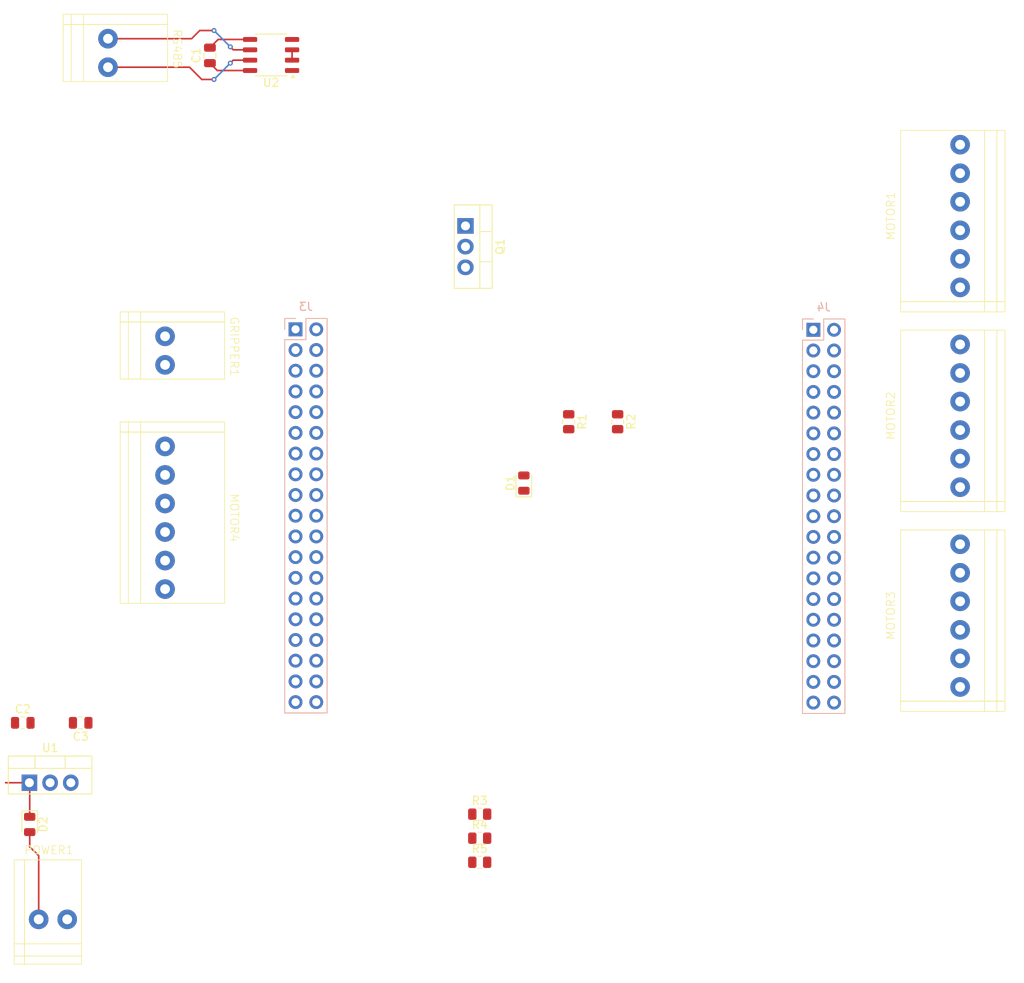
<source format=kicad_pcb>
(kicad_pcb (version 20240108) (generator "pcbnew") (generator_version "8.0")
  (layers (0 "F.Cu" signal) (31 "B.Cu" signal) (34 "B.Paste" user) (35 "F.Paste" user) (36 "B.SilkS" user "B.Silkscreen") (37 "F.SilkS" user "F.Silkscreen") (38 "B.Mask" user) (39 "F.Mask" user) (44 "Edge.Cuts" user))
  (net 0 "")
  (net 1 "+5V")
  (net 2 "GND")
  (net 3 "+24V")
  (net 5 "E5V")
  (net 6 "+3.3V")
  (net 7 "GPIO")
  (net 8 "/NUCLEO64-F401RE/RCC (PC14)")
  (net 10 "/NUCLEO64-F401RE/NRST")
  (net 12 "VDD")
  (net 14 "/NUCLEO64-F401RE/TMS (PA13)")
  (net 15 "/NUCLEO64-F401RE/BOOT0")
  (net 17 "/NUCLEO64-F401RE/RCC (PC15)")
  (net 18 "/NUCLEO64-F401RE/B1 (PC13)")
  (net 19 "/NUCLEO64-F401RE/TCK (PA14)")
  (net 22 "DIR_4")
  (net 23 "DIR_2")
  (net 24 "DIR_3")
  (net 25 "USART_RX")
  (net 26 "STEP_4")
  (net 27 "/NUCLEO64-F401RE/LD2")
  (net 28 "/NUCLEO64-F401RE/PC4")
  (net 29 "USART_TX")
  (net 30 "/NUCLEO64-F401RE/SWO (PB3)")
  (net 31 "STEP_1")
  (net 32 "LS_2")
  (net 34 "STEP_2")
  (net 35 "/NUCLEO64-F401RE/(PB11)")
  (net 36 "DIR_1")
  (net 37 "STEP_3")
  (net 38 "AGND")
  (net 39 "LS_1")
  (net 40 "AVDD")
  (net 41 "LS_3")
  (net 42 "U5V")
  (net 44 "/robot_control/GRIPPER -")
  (net 45 "EN")
  (net 46 "LS_4")
  (net 47 "GRIPPER")
  (net 48 "USART_DE")
  (net 49 "/comunication/RS485 B")
  (net 50 "/comunication/RS485 A")
  (net 51 "Net-(Q1-G)")
  (net 52 "/NUCLEO64-F401RE/+24 VIN")
  (net 53 "SW_F1")
  (net 54 "SW_F2")
  (net 55 "SW_F3")
  (footprint "Package_TO_SOT_THT:TO-220-3_Vertical" (layer "F.Cu") (at 95.86 135.745)
    (property "Reference" "U1" (at 2.54 -4.27 0) (layer "F.SilkS"))
    (property "Value" "L7805")
    (fp_line (start -2.58 -3.27) (end -2.58 1.371) (stroke (width 0.12)) (layer "F.SilkS"))
    (fp_line (start -2.58 -3.27) (end 7.66 -3.27) (stroke (width 0.12)) (layer "F.SilkS"))
    (fp_line (start -2.58 -1.76) (end 7.66 -1.76) (stroke (width 0.12)) (layer "F.SilkS"))
    (fp_line (start -2.58 1.371) (end 7.66 1.371) (stroke (width 0.12)) (layer "F.SilkS"))
    (fp_line (start 0.69 -3.27) (end 0.69 -1.76) (stroke (width 0.12)) (layer "F.SilkS"))
    (fp_line (start 4.391 -3.27) (end 4.391 -1.76) (stroke (width 0.12)) (layer "F.SilkS"))
    (fp_line (start 7.66 -3.27) (end 7.66 1.371) (stroke (width 0.12)) (layer "F.SilkS"))
    (pad "1" thru_hole rect (at 0 0) (size 1.905 2) (drill 1.1) (layers "*.Cu" "*.Mask") (net 3 "+24V"))
    (pad "2" thru_hole oval (at 2.54 0) (size 1.905 2) (drill 1.1) (layers "*.Cu" "*.Mask") (net 2 "GND"))
    (pad "3" thru_hole oval (at 5.08 0) (size 1.905 2) (drill 1.1) (layers "*.Cu" "*.Mask") (net 1 "+5V"))
  )
  (footprint "Capacitor_SMD:C_0805_2012Metric" (layer "F.Cu") (at 95.05 128.4)
    (property "Reference" "C2" (at 0 -1.68 360) (layer "F.SilkS"))
    (property "Value" "0.33uF")
    (fp_line (start -0.261252 -0.735) (end 0.261252 -0.735) (stroke (width 0.12)) (layer "F.SilkS"))
    (fp_line (start -0.261252 0.735) (end 0.261252 0.735) (stroke (width 0.12)) (layer "F.SilkS"))
    (pad "1" smd roundrect (at -0.95 0) (size 1 1.45) (layers "F.Cu" "F.Paste" "F.Mask") (net 3 "+24V"))
    (pad "2" smd roundrect (at 0.95 0) (size 1 1.45) (layers "F.Cu" "F.Paste" "F.Mask") (net 2 "GND"))
  )
  (footprint "Package_SO:SO-8_3.9x4.9mm_P1.27mm" (layer "F.Cu") (at 125.5 46.5 180)
    (property "Reference" "U2" (at 0 -3.4 0) (layer "F.SilkS"))
    (property "Value" "MAX485E")
    (fp_line (start 0 2.56) (end 1.95 2.56) (stroke (width 0.12)) (layer "F.SilkS"))
    (fp_line (start 0 2.56) (end -1.95 2.56) (stroke (width 0.12)) (layer "F.SilkS"))
    (fp_line (start 0 -2.56) (end 1.95 -2.56) (stroke (width 0.12)) (layer "F.SilkS"))
    (fp_line (start 0 -2.56) (end -1.95 -2.56) (stroke (width 0.12)) (layer "F.SilkS"))
    (fp_poly (pts (xy -2.7 -2.465) (xy -2.94 -2.795) (xy -2.46 -2.795) (xy -2.7 -2.465)) (stroke (width 0.12)) (fill solid) (layer "F.SilkS"))
    (pad "1" smd roundrect (at -2.575 -1.905 180) (size 1.75 0.6) (layers "F.Cu" "F.Paste" "F.Mask") (net 25 "USART_RX"))
    (pad "2" smd roundrect (at -2.575 -0.635 180) (size 1.75 0.6) (layers "F.Cu" "F.Paste" "F.Mask") (net 48 "USART_DE"))
    (pad "3" smd roundrect (at -2.575 0.635 180) (size 1.75 0.6) (layers "F.Cu" "F.Paste" "F.Mask") (net 48 "USART_DE"))
    (pad "4" smd roundrect (at -2.575 1.905 180) (size 1.75 0.6) (layers "F.Cu" "F.Paste" "F.Mask") (net 29 "USART_TX"))
    (pad "5" smd roundrect (at 2.575 1.905 180) (size 1.75 0.6) (layers "F.Cu" "F.Paste" "F.Mask") (net 2 "GND"))
    (pad "6" smd roundrect (at 2.575 0.635 180) (size 1.75 0.6) (layers "F.Cu" "F.Paste" "F.Mask") (net 50 "/comunication/RS485 A"))
    (pad "7" smd roundrect (at 2.575 -0.635 180) (size 1.75 0.6) (layers "F.Cu" "F.Paste" "F.Mask") (net 49 "/comunication/RS485 B"))
    (pad "8" smd roundrect (at 2.575 -1.905 180) (size 1.75 0.6) (layers "F.Cu" "F.Paste" "F.Mask") (net 1 "+5V"))
  )
  (footprint "01_myLibrary:TerminalBlock 45 degrees, pitch 3.5mm, 2 pins, WAGO 250-102 000-012" (layer "F.Cu") (at 97 152.5)
    (property "Reference" "POWER1" (at 1.25 -8.5 0) (layer "F.SilkS") (effects (font (thickness 0.1))))
    (property "Value" "Conn_01x02_Pin")
    (fp_line (start -3 3) (end 5.25 3) (stroke (width 0.1)) (layer "F.SilkS"))
    (fp_line (start -3 4.5) (end 5.25 4.5) (stroke (width 0.1)) (layer "F.SilkS"))
    (fp_rect (start -3 -7.3) (end -1.75 5.5) (stroke (width 0.1)) (fill none) (layer "F.SilkS"))
    (fp_rect (start -1.75 -7.3) (end 5.25 5.5) (stroke (width 0.1)) (fill none) (layer "F.SilkS"))
    (pad "1" thru_hole circle (at 0 0) (size 2.4 2.4) (drill 1.2) (layers "*.Cu" "*.Mask") (net 52 "/NUCLEO64-F401RE/+24 VIN"))
    (pad "2" thru_hole circle (at 3.5 0) (size 2.4 2.4) (drill 1.2) (layers "*.Cu" "*.Mask") (net 2 "GND"))
  )
  (footprint "Resistor_SMD:R_0805_2012Metric" (layer "F.Cu") (at 151.0875 145.5)
    (property "Reference" "R5" (at 0 -1.65 0) (layer "F.SilkS"))
    (property "Value" "10K")
    (fp_line (start -0.227064 -0.735) (end 0.227064 -0.735) (stroke (width 0.12)) (layer "F.SilkS"))
    (fp_line (start -0.227064 0.735) (end 0.227064 0.735) (stroke (width 0.12)) (layer "F.SilkS"))
    (pad "1" smd roundrect (at -0.9125 0) (size 1.025 1.4) (layers "F.Cu" "F.Paste" "F.Mask") (roundrect_rratio 0.243902) (net 1 "+5V"))
    (pad "2" smd roundrect (at 0.9125 0) (size 1.025 1.4) (layers "F.Cu" "F.Paste" "F.Mask") (roundrect_rratio 0.243902) (net 55 "SW_F3"))
  )
  (footprint "01_myLibrary:TerminalBlock 45 degrees, pitch 3.5mm, 2 pins, WAGO 250-102 000-012" (layer "F.Cu") (at 105.5 44.5 -90)
    (property "Reference" "RS485" (at 1.25 -8.5 -90) (layer "F.SilkS") (effects (font (thickness 0.1))))
    (property "Value" "Conn_01x02_Pin")
    (fp_line (start -3 4.5) (end 5.25 4.5) (stroke (width 0.1)) (layer "F.SilkS"))
    (fp_line (start -3 3) (end 5.25 3) (stroke (width 0.1)) (layer "F.SilkS"))
    (fp_rect (start -3 -7.3) (end -1.75 5.5) (stroke (width 0.1)) (fill none) (layer "F.SilkS"))
    (fp_rect (start -1.75 -7.3) (end 5.25 5.5) (stroke (width 0.1)) (fill none) (layer "F.SilkS"))
    (pad "1" thru_hole circle (at 0 0 270) (size 2.4 2.4) (drill 1.2) (layers "*.Cu" "*.Mask") (net 50 "/comunication/RS485 A"))
    (pad "2" thru_hole circle (at 3.5 0 270) (size 2.4 2.4) (drill 1.2) (layers "*.Cu" "*.Mask") (net 49 "/comunication/RS485 B"))
  )
  (footprint "01_myLibrary:TerminalBlock 45 degrees, pitch 3.5mm, 6 pins, WAGO 250-102 000-012" (layer "F.Cu") (at 112.5 94.5 -90)
    (property "Reference" "MOTOR4" (at 8.75 -8.5 -90) (layer "F.SilkS") (effects (font (thickness 0.1))))
    (property "Value" "Conn_01x06_Pin")
    (fp_line (start -3 4.5) (end 19.25 4.5) (stroke (width 0.1)) (layer "F.SilkS"))
    (fp_line (start -3 3) (end 19.25 3) (stroke (width 0.1)) (layer "F.SilkS"))
    (fp_rect (start -3 -7.3) (end -1.75 5.5) (stroke (width 0.1)) (fill none) (layer "F.SilkS"))
    (fp_rect (start -1.75 -7.3) (end 19.25 5.5) (stroke (width 0.1)) (fill none) (layer "F.SilkS"))
    (pad "1" thru_hole circle (at 0 0 270) (size 2.4 2.4) (drill 1.2) (layers "*.Cu" "*.Mask") (net 12 "VDD"))
    (pad "2" thru_hole circle (at 3.5 0 270) (size 2.4 2.4) (drill 1.2) (layers "*.Cu" "*.Mask") (net 46 "LS_4"))
    (pad "3" thru_hole circle (at 7 0 270) (size 2.4 2.4) (drill 1.2) (layers "*.Cu" "*.Mask") (net 26 "STEP_4"))
    (pad "4" thru_hole circle (at 10.5 0 270) (size 2.4 2.4) (drill 1.2) (layers "*.Cu" "*.Mask") (net 22 "DIR_4"))
    (pad "5" thru_hole circle (at 14 0 270) (size 2.4 2.4) (drill 1.2) (layers "*.Cu" "*.Mask") (net 45 "EN"))
    (pad "6" thru_hole circle (at 17.5 0 270) (size 2.4 2.4) (drill 1.2) (layers "*.Cu" "*.Mask") (net 2 "GND"))
  )
  (footprint "Resistor_SMD:R_0805_2012Metric" (layer "F.Cu") (at 168 91.475 -90)
    (property "Reference" "R2" (at 0 -1.65 90) (layer "F.SilkS"))
    (property "Value" "10k")
    (fp_line (start -0.227064 0.735) (end 0.227064 0.735) (stroke (width 0.12)) (layer "F.SilkS"))
    (fp_line (start -0.227064 -0.735) (end 0.227064 -0.735) (stroke (width 0.12)) (layer "F.SilkS"))
    (pad "1" smd roundrect (at -0.9125 0 270) (size 1.025 1.4) (layers "F.Cu" "F.Paste" "F.Mask") (roundrect_rratio 0.243902) (net 47 "GRIPPER"))
    (pad "2" smd roundrect (at 0.9125 0 270) (size 1.025 1.4) (layers "F.Cu" "F.Paste" "F.Mask") (roundrect_rratio 0.243902) (net 2 "GND"))
  )
  (footprint "Resistor_SMD:R_0805_2012Metric" (layer "F.Cu") (at 151.0875 142.55)
    (property "Reference" "R4" (at 0 -1.65 0) (layer "F.SilkS"))
    (property "Value" "10K")
    (fp_line (start -0.227064 -0.735) (end 0.227064 -0.735) (stroke (width 0.12)) (layer "F.SilkS"))
    (fp_line (start -0.227064 0.735) (end 0.227064 0.735) (stroke (width 0.12)) (layer "F.SilkS"))
    (pad "1" smd roundrect (at -0.9125 0) (size 1.025 1.4) (layers "F.Cu" "F.Paste" "F.Mask") (roundrect_rratio 0.243902) (net 1 "+5V"))
    (pad "2" smd roundrect (at 0.9125 0) (size 1.025 1.4) (layers "F.Cu" "F.Paste" "F.Mask") (roundrect_rratio 0.243902) (net 54 "SW_F2"))
  )
  (footprint "01_myLibrary:TerminalBlock 45 degrees, pitch 3.5mm, 6 pins, WAGO 250-102 000-012" (layer "F.Cu") (at 210 124 90)
    (property "Reference" "MOTOR3" (at 8.75 -8.5 90) (layer "F.SilkS") (effects (font (thickness 0.1))))
    (property "Value" "Conn_01x06_Pin")
    (fp_line (start -3 3) (end 19.25 3) (stroke (width 0.1)) (layer "F.SilkS"))
    (fp_line (start -3 4.5) (end 19.25 4.5) (stroke (width 0.1)) (layer "F.SilkS"))
    (fp_rect (start -1.75 -7.3) (end 19.25 5.5) (stroke (width 0.1)) (fill none) (layer "F.SilkS"))
    (fp_rect (start -3 -7.3) (end -1.75 5.5) (stroke (width 0.1)) (fill none) (layer "F.SilkS"))
    (pad "1" thru_hole circle (at 0 0 90) (size 2.4 2.4) (drill 1.2) (layers "*.Cu" "*.Mask") (net 12 "VDD"))
    (pad "2" thru_hole circle (at 3.5 0 90) (size 2.4 2.4) (drill 1.2) (layers "*.Cu" "*.Mask") (net 41 "LS_3"))
    (pad "3" thru_hole circle (at 7 0 90) (size 2.4 2.4) (drill 1.2) (layers "*.Cu" "*.Mask") (net 37 "STEP_3"))
    (pad "4" thru_hole circle (at 10.5 0 90) (size 2.4 2.4) (drill 1.2) (layers "*.Cu" "*.Mask") (net 24 "DIR_3"))
    (pad "5" thru_hole circle (at 14 0 90) (size 2.4 2.4) (drill 1.2) (layers "*.Cu" "*.Mask") (net 45 "EN"))
    (pad "6" thru_hole circle (at 17.5 0 90) (size 2.4 2.4) (drill 1.2) (layers "*.Cu" "*.Mask") (net 2 "GND"))
  )
  (footprint "Package_TO_SOT_THT:TO-220-3_Vertical" (layer "F.Cu") (at 149.34 67.46 -90)
    (property "Reference" "Q1" (at 2.54 -4.27 -90) (layer "F.SilkS"))
    (property "Value" "IRF6710S2")
    (fp_line (start -2.58 1.371) (end 7.66 1.371) (stroke (width 0.12)) (layer "F.SilkS"))
    (fp_line (start -2.58 -1.76) (end 7.66 -1.76) (stroke (width 0.12)) (layer "F.SilkS"))
    (fp_line (start -2.58 -3.27) (end -2.58 1.371) (stroke (width 0.12)) (layer "F.SilkS"))
    (fp_line (start -2.58 -3.27) (end 7.66 -3.27) (stroke (width 0.12)) (layer "F.SilkS"))
    (fp_line (start 0.69 -3.27) (end 0.69 -1.76) (stroke (width 0.12)) (layer "F.SilkS"))
    (fp_line (start 4.391 -3.27) (end 4.391 -1.76) (stroke (width 0.12)) (layer "F.SilkS"))
    (fp_line (start 7.66 -3.27) (end 7.66 1.371) (stroke (width 0.12)) (layer "F.SilkS"))
    (pad "1" thru_hole rect (at 0 0 270) (size 1.905 2) (drill 1.1) (layers "*.Cu" "*.Mask") (net 44 "/robot_control/GRIPPER -"))
    (pad "2" thru_hole oval (at 2.54 0 270) (size 1.905 2) (drill 1.1) (layers "*.Cu" "*.Mask") (net 51 "Net-(Q1-G)"))
    (pad "3" thru_hole oval (at 5.08 0 270) (size 1.905 2) (drill 1.1) (layers "*.Cu" "*.Mask") (net 2 "GND"))
  )
  (footprint "01_myLibrary:TerminalBlock 45 degrees, pitch 3.5mm, 6 pins, WAGO 250-102 000-012" (layer "F.Cu") (at 210 99.5 90)
    (property "Reference" "MOTOR2" (at 8.75 -8.5 90) (layer "F.SilkS") (effects (font (thickness 0.1))))
    (property "Value" "Conn_01x06_Pin")
    (fp_line (start -3 3) (end 19.25 3) (stroke (width 0.1)) (layer "F.SilkS"))
    (fp_line (start -3 4.5) (end 19.25 4.5) (stroke (width 0.1)) (layer "F.SilkS"))
    (fp_rect (start -1.75 -7.3) (end 19.25 5.5) (stroke (width 0.1)) (fill none) (layer "F.SilkS"))
    (fp_rect (start -3 -7.3) (end -1.75 5.5) (stroke (width 0.1)) (fill none) (layer "F.SilkS"))
    (pad "1" thru_hole circle (at 0 0 90) (size 2.4 2.4) (drill 1.2) (layers "*.Cu" "*.Mask") (net 12 "VDD"))
    (pad "2" thru_hole circle (at 3.5 0 90) (size 2.4 2.4) (drill 1.2) (layers "*.Cu" "*.Mask") (net 32 "LS_2"))
    (pad "3" thru_hole circle (at 7 0 90) (size 2.4 2.4) (drill 1.2) (layers "*.Cu" "*.Mask") (net 34 "STEP_2"))
    (pad "4" thru_hole circle (at 10.5 0 90) (size 2.4 2.4) (drill 1.2) (layers "*.Cu" "*.Mask") (net 23 "DIR_2"))
    (pad "5" thru_hole circle (at 14 0 90) (size 2.4 2.4) (drill 1.2) (layers "*.Cu" "*.Mask") (net 45 "EN"))
    (pad "6" thru_hole circle (at 17.5 0 90) (size 2.4 2.4) (drill 1.2) (layers "*.Cu" "*.Mask") (net 2 "GND"))
  )
  (footprint "Resistor_SMD:R_0805_2012Metric" (layer "F.Cu") (at 162 91.475 -90)
    (property "Reference" "R1" (at 0 -1.65 90) (layer "F.SilkS"))
    (property "Value" "100")
    (fp_line (start -0.227064 0.735) (end 0.227064 0.735) (stroke (width 0.12)) (layer "F.SilkS"))
    (fp_line (start -0.227064 -0.735) (end 0.227064 -0.735) (stroke (width 0.12)) (layer "F.SilkS"))
    (pad "1" smd roundrect (at -0.9125 0 270) (size 1.025 1.4) (layers "F.Cu" "F.Paste" "F.Mask") (roundrect_rratio 0.243902) (net 47 "GRIPPER"))
    (pad "2" smd roundrect (at 0.9125 0 270) (size 1.025 1.4) (layers "F.Cu" "F.Paste" "F.Mask") (roundrect_rratio 0.243902) (net 51 "Net-(Q1-G)"))
  )
  (footprint "01_myLibrary:TerminalBlock 45 degrees, pitch 3.5mm, 6 pins, WAGO 250-102 000-012" (layer "F.Cu") (at 210 75 90)
    (property "Reference" "MOTOR1" (at 8.75 -8.5 90) (layer "F.SilkS") (effects (font (thickness 0.1))))
    (property "Value" "Conn_01x06_Pin")
    (fp_line (start -3 3) (end 19.25 3) (stroke (width 0.1)) (layer "F.SilkS"))
    (fp_line (start -3 4.5) (end 19.25 4.5) (stroke (width 0.1)) (layer "F.SilkS"))
    (fp_rect (start -1.75 -7.3) (end 19.25 5.5) (stroke (width 0.1)) (fill none) (layer "F.SilkS"))
    (fp_rect (start -3 -7.3) (end -1.75 5.5) (stroke (width 0.1)) (fill none) (layer "F.SilkS"))
    (pad "1" thru_hole circle (at 0 0 90) (size 2.4 2.4) (drill 1.2) (layers "*.Cu" "*.Mask") (net 12 "VDD"))
    (pad "2" thru_hole circle (at 3.5 0 90) (size 2.4 2.4) (drill 1.2) (layers "*.Cu" "*.Mask") (net 39 "LS_1"))
    (pad "3" thru_hole circle (at 7 0 90) (size 2.4 2.4) (drill 1.2) (layers "*.Cu" "*.Mask") (net 31 "STEP_1"))
    (pad "4" thru_hole circle (at 10.5 0 90) (size 2.4 2.4) (drill 1.2) (layers "*.Cu" "*.Mask") (net 36 "DIR_1"))
    (pad "5" thru_hole circle (at 14 0 90) (size 2.4 2.4) (drill 1.2) (layers "*.Cu" "*.Mask") (net 45 "EN"))
    (pad "6" thru_hole circle (at 17.5 0 90) (size 2.4 2.4) (drill 1.2) (layers "*.Cu" "*.Mask") (net 2 "GND"))
  )
  (footprint "Resistor_SMD:R_0805_2012Metric" (layer "F.Cu") (at 151.0875 139.6)
    (property "Reference" "R3" (at 0 -1.65 0) (layer "F.SilkS"))
    (property "Value" "10K")
    (fp_line (start -0.227064 -0.735) (end 0.227064 -0.735) (stroke (width 0.12)) (layer "F.SilkS"))
    (fp_line (start -0.227064 0.735) (end 0.227064 0.735) (stroke (width 0.12)) (layer "F.SilkS"))
    (pad "1" smd roundrect (at -0.9125 0) (size 1.025 1.4) (layers "F.Cu" "F.Paste" "F.Mask") (roundrect_rratio 0.243902) (net 1 "+5V"))
    (pad "2" smd roundrect (at 0.9125 0) (size 1.025 1.4) (layers "F.Cu" "F.Paste" "F.Mask") (roundrect_rratio 0.243902) (net 53 "SW_F1"))
  )
  (footprint "Capacitor_SMD:C_0805_2012Metric" (layer "F.Cu") (at 118 46.55 90)
    (property "Reference" "C1" (at 0 -1.68 90) (layer "F.SilkS"))
    (property "Value" "0.1uF")
    (fp_line (start -0.261252 -0.735) (end 0.261252 -0.735) (stroke (width 0.12)) (layer "F.SilkS"))
    (fp_line (start -0.261252 0.735) (end 0.261252 0.735) (stroke (width 0.12)) (layer "F.SilkS"))
    (pad "1" smd roundrect (at -0.95 0 90) (size 1 1.45) (layers "F.Cu" "F.Paste" "F.Mask") (net 1 "+5V"))
    (pad "2" smd roundrect (at 0.95 0 90) (size 1 1.45) (layers "F.Cu" "F.Paste" "F.Mask") (net 2 "GND"))
  )
  (footprint "Diode_SMD:D_0805_2012Metric" (layer "F.Cu") (at 95.9 140.8625 -90)
    (property "Reference" "D2" (at 0 -1.65 90) (layer "F.SilkS"))
    (property "Value" "D")
    (fp_line (start -1.685 0.96) (end 1 0.96) (stroke (width 0.12)) (layer "F.SilkS"))
    (fp_line (start -1.685 -0.96) (end -1.685 0.96) (stroke (width 0.12)) (layer "F.SilkS"))
    (fp_line (start 1 -0.96) (end -1.685 -0.96) (stroke (width 0.12)) (layer "F.SilkS"))
    (pad "1" smd roundrect (at -0.9375 0 270) (size 0.975 1.4) (layers "F.Cu" "F.Paste" "F.Mask") (net 3 "+24V"))
    (pad "2" smd roundrect (at 0.9375 0 270) (size 0.975 1.4) (layers "F.Cu" "F.Paste" "F.Mask") (net 52 "/NUCLEO64-F401RE/+24 VIN"))
  )
  (footprint "01_myLibrary:TerminalBlock 45 degrees, pitch 3.5mm, 2 pins, WAGO 250-102 000-012" (layer "F.Cu") (at 112.5 81 -90)
    (property "Reference" "GRIPPER1" (at 1.25 -8.5 -90) (layer "F.SilkS") (effects (font (thickness 0.1))))
    (property "Value" "Conn_01x02_Pin")
    (fp_line (start -3 4.5) (end 5.25 4.5) (stroke (width 0.1)) (layer "F.SilkS"))
    (fp_line (start -3 3) (end 5.25 3) (stroke (width 0.1)) (layer "F.SilkS"))
    (fp_rect (start -3 -7.3) (end -1.75 5.5) (stroke (width 0.1)) (fill none) (layer "F.SilkS"))
    (fp_rect (start -1.75 -7.3) (end 5.25 5.5) (stroke (width 0.1)) (fill none) (layer "F.SilkS"))
    (pad "1" thru_hole circle (at 0 0 270) (size 2.4 2.4) (drill 1.2) (layers "*.Cu" "*.Mask") (net 44 "/robot_control/GRIPPER -"))
    (pad "2" thru_hole circle (at 3.5 0 270) (size 2.4 2.4) (drill 1.2) (layers "*.Cu" "*.Mask") (net 3 "+24V"))
  )
  (footprint "Capacitor_SMD:C_0805_2012Metric" (layer "F.Cu") (at 102.15 128.4 180)
    (property "Reference" "C3" (at 0 -1.68 360) (layer "F.SilkS"))
    (property "Value" "0.1uF")
    (fp_line (start -0.261252 0.735) (end 0.261252 0.735) (stroke (width 0.12)) (layer "F.SilkS"))
    (fp_line (start -0.261252 -0.735) (end 0.261252 -0.735) (stroke (width 0.12)) (layer "F.SilkS"))
    (pad "1" smd roundrect (at -0.95 0 180) (size 1 1.45) (layers "F.Cu" "F.Paste" "F.Mask") (net 1 "+5V"))
    (pad "2" smd roundrect (at 0.95 0 180) (size 1 1.45) (layers "F.Cu" "F.Paste" "F.Mask") (net 2 "GND"))
  )
  (footprint "Diode_SMD:D_0805_2012Metric" (layer "F.Cu") (at 156.5 99 90)
    (property "Reference" "D1" (at 0 -1.65 90) (layer "F.SilkS"))
    (property "Value" "D")
    (fp_line (start 1 -0.96) (end -1.685 -0.96) (stroke (width 0.12)) (layer "F.SilkS"))
    (fp_line (start -1.685 -0.96) (end -1.685 0.96) (stroke (width 0.12)) (layer "F.SilkS"))
    (fp_line (start -1.685 0.96) (end 1 0.96) (stroke (width 0.12)) (layer "F.SilkS"))
    (pad "1" smd roundrect (at -0.9375 0 90) (size 0.975 1.4) (layers "F.Cu" "F.Paste" "F.Mask") (net 3 "+24V"))
    (pad "2" smd roundrect (at 0.9375 0 90) (size 0.975 1.4) (layers "F.Cu" "F.Paste" "F.Mask") (net 44 "/robot_control/GRIPPER -"))
  )
  (footprint "Connector_PinSocket_2.54mm:PinSocket_2x19_P2.54mm_Vertical" (layer "B.Cu") (at 192 80.2 180)
    (property "Reference" "J4" (at -1.27 2.77 0) (layer "B.SilkS") (effects (justify mirror)))
    (property "Value" "Conn_02x19_Odd_Even")
    (fp_line (start 1.33 1.33) (end 0 1.33) (stroke (width 0.12)) (layer "B.SilkS"))
    (fp_line (start 1.33 0) (end 1.33 1.33) (stroke (width 0.12)) (layer "B.SilkS"))
    (fp_line (start 1.33 -1.27) (end -1.27 -1.27) (stroke (width 0.12)) (layer "B.SilkS"))
    (fp_line (start 1.33 -47.05) (end 1.33 -1.27) (stroke (width 0.12)) (layer "B.SilkS"))
    (fp_line (start 1.33 -47.05) (end -3.87 -47.05) (stroke (width 0.12)) (layer "B.SilkS"))
    (fp_line (start -1.27 1.33) (end -3.87 1.33) (stroke (width 0.12)) (layer "B.SilkS"))
    (fp_line (start -1.27 -1.27) (end -1.27 1.33) (stroke (width 0.12)) (layer "B.SilkS"))
    (fp_line (start -3.87 -47.05) (end -3.87 1.33) (stroke (width 0.12)) (layer "B.SilkS"))
    (pad "1" thru_hole rect (at 0 0 180) (size 1.7 1.7) (drill 1) (layers "*.Cu" "*.Mask") (net 45 "EN"))
    (pad "2" thru_hole oval (at -2.54 0 180) (size 1.7 1.7) (drill 1) (layers "*.Cu" "*.Mask") (net 31 "STEP_1"))
    (pad "3" thru_hole oval (at 0 -2.54 180) (size 1.7 1.7) (drill 1) (layers "*.Cu" "*.Mask") (net 7 "GPIO"))
    (pad "4" thru_hole oval (at -2.54 -2.54 180) (size 1.7 1.7) (drill 1) (layers "*.Cu" "*.Mask") (net 36 "DIR_1"))
    (pad "5" thru_hole oval (at 0 -5.08 180) (size 1.7 1.7) (drill 1) (layers "*.Cu" "*.Mask") (net 7 "GPIO"))
    (pad "6" thru_hole oval (at -2.54 -5.08 180) (size 1.7 1.7) (drill 1) (layers "*.Cu" "*.Mask") (net 39 "LS_1"))
    (pad "7" thru_hole oval (at 0 -7.62 180) (size 1.7 1.7) (drill 1) (layers "*.Cu" "*.Mask") (net 40 "AVDD"))
    (pad "8" thru_hole oval (at -2.54 -7.62 180) (size 1.7 1.7) (drill 1) (layers "*.Cu" "*.Mask") (net 42 "U5V"))
    (pad "9" thru_hole oval (at 0 -10.16 180) (size 1.7 1.7) (drill 1) (layers "*.Cu" "*.Mask") (net 2 "GND"))
    (pad "10" thru_hole oval (at -2.54 -10.16 180) (size 1.7 1.7) (drill 1) (layers "*.Cu" "*.Mask"))
    (pad "11" thru_hole oval (at 0 -12.7 180) (size 1.7 1.7) (drill 1) (layers "*.Cu" "*.Mask") (net 27 "/NUCLEO64-F401RE/LD2"))
    (pad "12" thru_hole oval (at -2.54 -12.7 180) (size 1.7 1.7) (drill 1) (layers "*.Cu" "*.Mask") (net 7 "GPIO"))
    (pad "13" thru_hole oval (at 0 -15.24 180) (size 1.7 1.7) (drill 1) (layers "*.Cu" "*.Mask") (net 7 "GPIO"))
    (pad "14" thru_hole oval (at -2.54 -15.24 180) (size 1.7 1.7) (drill 1) (layers "*.Cu" "*.Mask") (net 7 "GPIO"))
    (pad "15" thru_hole oval (at 0 -17.78 180) (size 1.7 1.7) (drill 1) (layers "*.Cu" "*.Mask") (net 7 "GPIO"))
    (pad "16" thru_hole oval (at -2.54 -17.78 180) (size 1.7 1.7) (drill 1) (layers "*.Cu" "*.Mask") (net 7 "GPIO"))
    (pad "17" thru_hole oval (at 0 -20.32 180) (size 1.7 1.7) (drill 1) (layers "*.Cu" "*.Mask") (net 7 "GPIO"))
    (pad "18" thru_hole oval (at -2.54 -20.32 180) (size 1.7 1.7) (drill 1) (layers "*.Cu" "*.Mask") (net 35 "/NUCLEO64-F401RE/(PB11)"))
    (pad "19" thru_hole oval (at 0 -22.86 180) (size 1.7 1.7) (drill 1) (layers "*.Cu" "*.Mask") (net 7 "GPIO"))
    (pad "20" thru_hole oval (at -2.54 -22.86 180) (size 1.7 1.7) (drill 1) (layers "*.Cu" "*.Mask") (net 2 "GND"))
    (pad "21" thru_hole oval (at 0 -25.4 180) (size 1.7 1.7) (drill 1) (layers "*.Cu" "*.Mask") (net 7 "GPIO"))
    (pad "22" thru_hole oval (at -2.54 -25.4 180) (size 1.7 1.7) (drill 1) (layers "*.Cu" "*.Mask") (net 7 "GPIO"))
    (pad "23" thru_hole oval (at 0 -27.94 180) (size 1.7 1.7) (drill 1) (layers "*.Cu" "*.Mask") (net 7 "GPIO"))
    (pad "24" thru_hole oval (at -2.54 -27.94 180) (size 1.7 1.7) (drill 1) (layers "*.Cu" "*.Mask") (net 7 "GPIO"))
    (pad "25" thru_hole oval (at 0 -30.48 180) (size 1.7 1.7) (drill 1) (layers "*.Cu" "*.Mask") (net 7 "GPIO"))
    (pad "26" thru_hole oval (at -2.54 -30.48 180) (size 1.7 1.7) (drill 1) (layers "*.Cu" "*.Mask") (net 34 "STEP_2"))
    (pad "27" thru_hole oval (at 0 -33.02 180) (size 1.7 1.7) (drill 1) (layers "*.Cu" "*.Mask") (net 7 "GPIO"))
    (pad "28" thru_hole oval (at -2.54 -33.02 180) (size 1.7 1.7) (drill 1) (layers "*.Cu" "*.Mask") (net 23 "DIR_2"))
    (pad "29" thru_hole oval (at 0 -35.56 180) (size 1.7 1.7) (drill 1) (layers "*.Cu" "*.Mask") (net 7 "GPIO"))
    (pad "30" thru_hole oval (at -2.54 -35.56 180) (size 1.7 1.7) (drill 1) (layers "*.Cu" "*.Mask") (net 32 "LS_2"))
    (pad "31" thru_hole oval (at 0 -38.1 180) (size 1.7 1.7) (drill 1) (layers "*.Cu" "*.Mask") (net 30 "/NUCLEO64-F401RE/SWO (PB3)"))
    (pad "32" thru_hole oval (at -2.54 -38.1 180) (size 1.7 1.7) (drill 1) (layers "*.Cu" "*.Mask") (net 38 "AGND"))
    (pad "33" thru_hole oval (at 0 -40.64 180) (size 1.7 1.7) (drill 1) (layers "*.Cu" "*.Mask") (net 48 "USART_DE"))
    (pad "34" thru_hole oval (at -2.54 -40.64 180) (size 1.7 1.7) (drill 1) (layers "*.Cu" "*.Mask") (net 28 "/NUCLEO64-F401RE/PC4"))
    (pad "35" thru_hole oval (at 0 -43.18 180) (size 1.7 1.7) (drill 1) (layers "*.Cu" "*.Mask") (net 29 "USART_TX"))
    (pad "36" thru_hole oval (at -2.54 -43.18 180) (size 1.7 1.7) (drill 1) (layers "*.Cu" "*.Mask"))
    (pad "37" thru_hole oval (at 0 -45.72 180) (size 1.7 1.7) (drill 1) (layers "*.Cu" "*.Mask") (net 25 "USART_RX"))
    (pad "38" thru_hole oval (at -2.54 -45.72 180) (size 1.7 1.7) (drill 1) (layers "*.Cu" "*.Mask"))
  )
  (footprint "Connector_PinSocket_2.54mm:PinSocket_2x19_P2.54mm_Vertical" (layer "B.Cu") (at 128.5 80.14 180)
    (property "Reference" "J3" (at -1.27 2.77 0) (layer "B.SilkS") (effects (justify mirror)))
    (property "Value" "Conn_02x19_Odd_Even")
    (fp_line (start 1.33 1.33) (end 0 1.33) (stroke (width 0.12)) (layer "B.SilkS"))
    (fp_line (start 1.33 0) (end 1.33 1.33) (stroke (width 0.12)) (layer "B.SilkS"))
    (fp_line (start 1.33 -1.27) (end -1.27 -1.27) (stroke (width 0.12)) (layer "B.SilkS"))
    (fp_line (start 1.33 -47.05) (end 1.33 -1.27) (stroke (width 0.12)) (layer "B.SilkS"))
    (fp_line (start 1.33 -47.05) (end -3.87 -47.05) (stroke (width 0.12)) (layer "B.SilkS"))
    (fp_line (start -1.27 1.33) (end -3.87 1.33) (stroke (width 0.12)) (layer "B.SilkS"))
    (fp_line (start -1.27 -1.27) (end -1.27 1.33) (stroke (width 0.12)) (layer "B.SilkS"))
    (fp_line (start -3.87 -47.05) (end -3.87 1.33) (stroke (width 0.12)) (layer "B.SilkS"))
    (pad "1" thru_hole rect (at 0 0 180) (size 1.7 1.7) (drill 1) (layers "*.Cu" "*.Mask") (net 24 "DIR_3"))
    (pad "2" thru_hole oval (at -2.54 0 180) (size 1.7 1.7) (drill 1) (layers "*.Cu" "*.Mask") (net 37 "STEP_3"))
    (pad "3" thru_hole oval (at 0 -2.54 180) (size 1.7 1.7) (drill 1) (layers "*.Cu" "*.Mask") (net 7 "GPIO"))
    (pad "4" thru_hole oval (at -2.54 -2.54 180) (size 1.7 1.7) (drill 1) (layers "*.Cu" "*.Mask") (net 41 "LS_3"))
    (pad "5" thru_hole oval (at 0 -5.08 180) (size 1.7 1.7) (drill 1) (layers "*.Cu" "*.Mask") (net 12 "VDD"))
    (pad "6" thru_hole oval (at -2.54 -5.08 180) (size 1.7 1.7) (drill 1) (layers "*.Cu" "*.Mask") (net 5 "E5V"))
    (pad "7" thru_hole oval (at 0 -7.62 180) (size 1.7 1.7) (drill 1) (layers "*.Cu" "*.Mask") (net 15 "/NUCLEO64-F401RE/BOOT0"))
    (pad "8" thru_hole oval (at -2.54 -7.62 180) (size 1.7 1.7) (drill 1) (layers "*.Cu" "*.Mask") (net 2 "GND"))
    (pad "9" thru_hole oval (at 0 -10.16 180) (size 1.7 1.7) (drill 1) (layers "*.Cu" "*.Mask"))
    (pad "10" thru_hole oval (at -2.54 -10.16 180) (size 1.7 1.7) (drill 1) (layers "*.Cu" "*.Mask"))
    (pad "11" thru_hole oval (at 0 -12.7 180) (size 1.7 1.7) (drill 1) (layers "*.Cu" "*.Mask"))
    (pad "12" thru_hole oval (at -2.54 -12.7 180) (size 1.7 1.7) (drill 1) (layers "*.Cu" "*.Mask") (net 6 "+3.3V"))
    (pad "13" thru_hole oval (at 0 -15.24 180) (size 1.7 1.7) (drill 1) (layers "*.Cu" "*.Mask") (net 14 "/NUCLEO64-F401RE/TMS (PA13)"))
    (pad "14" thru_hole oval (at -2.54 -15.24 180) (size 1.7 1.7) (drill 1) (layers "*.Cu" "*.Mask") (net 10 "/NUCLEO64-F401RE/NRST"))
    (pad "15" thru_hole oval (at 0 -17.78 180) (size 1.7 1.7) (drill 1) (layers "*.Cu" "*.Mask") (net 19 "/NUCLEO64-F401RE/TCK (PA14)"))
    (pad "16" thru_hole oval (at -2.54 -17.78 180) (size 1.7 1.7) (drill 1) (layers "*.Cu" "*.Mask") (net 6 "+3.3V"))
    (pad "17" thru_hole oval (at 0 -20.32 180) (size 1.7 1.7) (drill 1) (layers "*.Cu" "*.Mask") (net 46 "LS_4"))
    (pad "18" thru_hole oval (at -2.54 -20.32 180) (size 1.7 1.7) (drill 1) (layers "*.Cu" "*.Mask") (net 1 "+5V"))
    (pad "19" thru_hole oval (at 0 -22.86 180) (size 1.7 1.7) (drill 1) (layers "*.Cu" "*.Mask") (net 2 "GND"))
    (pad "20" thru_hole oval (at -2.54 -22.86 180) (size 1.7 1.7) (drill 1) (layers "*.Cu" "*.Mask") (net 2 "GND"))
    (pad "21" thru_hole oval (at 0 -25.4 180) (size 1.7 1.7) (drill 1) (layers "*.Cu" "*.Mask") (net 26 "STEP_4"))
    (pad "22" thru_hole oval (at -2.54 -25.4 180) (size 1.7 1.7) (drill 1) (layers "*.Cu" "*.Mask") (net 2 "GND"))
    (pad "23" thru_hole oval (at 0 -27.94 180) (size 1.7 1.7) (drill 1) (layers "*.Cu" "*.Mask") (net 18 "/NUCLEO64-F401RE/B1 (PC13)"))
    (pad "24" thru_hole oval (at -2.54 -27.94 180) (size 1.7 1.7) (drill 1) (layers "*.Cu" "*.Mask") (net 1 "+5V"))
    (pad "25" thru_hole oval (at 0 -30.48 180) (size 1.7 1.7) (drill 1) (layers "*.Cu" "*.Mask") (net 8 "/NUCLEO64-F401RE/RCC (PC14)"))
    (pad "26" thru_hole oval (at -2.54 -30.48 180) (size 1.7 1.7) (drill 1) (layers "*.Cu" "*.Mask"))
    (pad "27" thru_hole oval (at 0 -33.02 180) (size 1.7 1.7) (drill 1) (layers "*.Cu" "*.Mask") (net 17 "/NUCLEO64-F401RE/RCC (PC15)"))
    (pad "28" thru_hole oval (at -2.54 -33.02 180) (size 1.7 1.7) (drill 1) (layers "*.Cu" "*.Mask") (net 7 "GPIO"))
    (pad "29" thru_hole oval (at 0 -35.56 180) (size 1.7 1.7) (drill 1) (layers "*.Cu" "*.Mask"))
    (pad "30" thru_hole oval (at -2.54 -35.56 180) (size 1.7 1.7) (drill 1) (layers "*.Cu" "*.Mask") (net 7 "GPIO"))
    (pad "31" thru_hole oval (at 0 -38.1 180) (size 1.7 1.7) (drill 1) (layers "*.Cu" "*.Mask"))
    (pad "32" thru_hole oval (at -2.54 -38.1 180) (size 1.7 1.7) (drill 1) (layers "*.Cu" "*.Mask") (net 7 "GPIO"))
    (pad "33" thru_hole oval (at 0 -40.64 180) (size 1.7 1.7) (drill 1) (layers "*.Cu" "*.Mask") (net 12 "VDD"))
    (pad "34" thru_hole oval (at -2.54 -40.64 180) (size 1.7 1.7) (drill 1) (layers "*.Cu" "*.Mask") (net 7 "GPIO"))
    (pad "35" thru_hole oval (at 0 -43.18 180) (size 1.7 1.7) (drill 1) (layers "*.Cu" "*.Mask") (net 22 "DIR_4"))
    (pad "36" thru_hole oval (at -2.54 -43.18 180) (size 1.7 1.7) (drill 1) (layers "*.Cu" "*.Mask") (net 7 "GPIO"))
    (pad "37" thru_hole oval (at 0 -45.72 180) (size 1.7 1.7) (drill 1) (layers "*.Cu" "*.Mask") (net 7 "GPIO"))
    (pad "38" thru_hole oval (at -2.54 -45.72 180) (size 1.7 1.7) (drill 1) (layers "*.Cu" "*.Mask") (net 47 "GRIPPER"))
  )
  (segment (start 100.9 135.705) (end 100.94 135.745) (width 0.2) (layer "F.Cu") (net 1))
  (segment (start 118 47.5) (end 118.905 48.405) (width 0.2) (layer "F.Cu") (net 1))
  (segment (start 118.905 48.405) (end 122.925 48.405) (width 0.2) (layer "F.Cu") (net 1))
  (segment (start 95.86 129.055) (end 95.8 128.995) (width 0.2) (layer "F.Cu") (net 2))
  (segment (start 118 45.6) (end 119.005 44.595) (width 0.2) (layer "F.Cu") (net 2))
  (segment (start 119.005 44.595) (end 122.925 44.595) (width 0.2) (layer "F.Cu") (net 2))
  (segment (start 95.86 135.745) (end 92.945 135.745) (width 0.2) (layer "F.Cu") (net 3))
  (segment (start 95.9 139.925) (end 95.9 135.785) (width 0.2) (layer "F.Cu") (net 3))
  (segment (start 95.9 135.785) (end 95.86 135.745) (width 0.2) (layer "F.Cu") (net 3))
  (segment (start 128.075 45.865) (end 128.075 47.135) (width 0.2) (layer "F.Cu") (net 48))
  (segment (start 117 49.5) (end 115.5 48) (width 0.2) (layer "F.Cu") (net 49))
  (segment (start 115.5 48) (end 105.5 48) (width 0.2) (layer "F.Cu") (net 49))
  (segment (start 120.865 47.135) (end 122.925 47.135) (width 0.2) (layer "F.Cu") (net 49))
  (segment (start 118.5 49.5) (end 117 49.5) (width 0.2) (layer "F.Cu") (net 49))
  (segment (start 120.5 47.5) (end 120.865 47.135) (width 0.2) (layer "F.Cu") (net 49))
  (via (at 118.5 49.5) (size 0.6) (drill 0.3) (layers "F.Cu" "B.Cu") (net 49))
  (via (at 120.5 47.5) (size 0.6) (drill 0.3) (layers "F.Cu" "B.Cu") (net 49))
  (segment (start 118.5 49.5) (end 120.5 47.5) (width 0.2) (layer "B.Cu") (net 49))
  (segment (start 115.75 44.5) (end 105.5 44.5) (width 0.2) (layer "F.Cu") (net 50))
  (segment (start 118.5 43.5) (end 116.75 43.5) (width 0.2) (layer "F.Cu") (net 50))
  (segment (start 116.75 43.5) (end 115.75 44.5) (width 0.2) (layer "F.Cu") (net 50))
  (segment (start 120.865 45.865) (end 122.925 45.865) (width 0.2) (layer "F.Cu") (net 50))
  (segment (start 120.5 45.5) (end 120.865 45.865) (width 0.2) (layer "F.Cu") (net 50))
  (via (at 118.5 43.5) (size 0.6) (drill 0.3) (layers "F.Cu" "B.Cu") (net 50))
  (via (at 120.5 45.5) (size 0.6) (drill 0.3) (layers "F.Cu" "B.Cu") (net 50))
  (segment (start 118.5 43.5) (end 120.5 45.5) (width 0.2) (layer "B.Cu") (net 50))
  (segment (start 97 144.7) (end 97 152.5) (width 0.2) (layer "F.Cu") (net 52))
  (segment (start 95.9 143.6) (end 97 144.7) (width 0.2) (layer "F.Cu") (net 52))
  (segment (start 95.9 141.8) (end 95.9 143.6) (width 0.2) (layer "F.Cu") (net 52))
)
</source>
